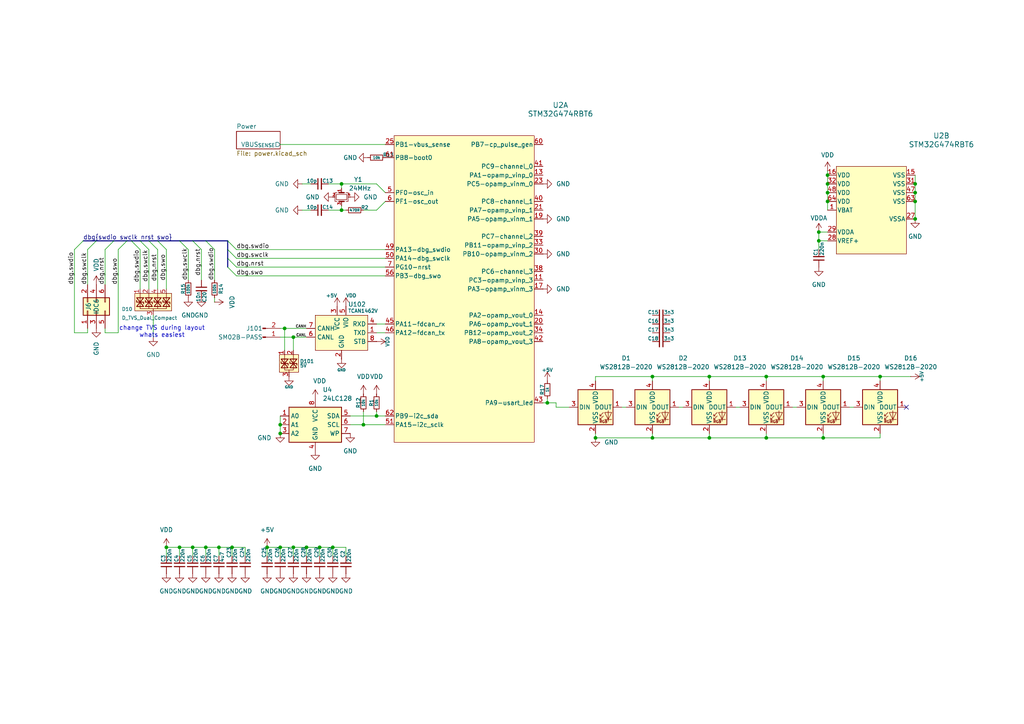
<source format=kicad_sch>
(kicad_sch (version 20250114) (generator "eeschema") (generator_version "9.0")
  (paper "A4")
  (text "change TVS during layout\nwhats easiest" (at 46.99 96.266 0) (effects (font (size 1.27 1.27))))
  (junction (at 77.47 158.75))
  (junction (at 99.06 60.96))
  (junction (at 237.49 69.85))
  (junction (at 92.71 158.75))
  (junction (at 189.23 127))
  (junction (at 67.31 158.75))
  (junction (at 99.06 53.34))
  (junction (at 158.75 116.84))
  (junction (at 105.41 123.19))
  (junction (at 85.09 158.75))
  (junction (at 52.07 158.75))
  (junction (at 265.43 58.42))
  (junction (at 205.74 109.22))
  (junction (at 222.25 109.22))
  (junction (at 81.28 125.73))
  (junction (at 82.55 95.25))
  (junction (at 240.03 58.42))
  (junction (at 172.72 127))
  (junction (at 109.22 120.65))
  (junction (at 255.27 109.22))
  (junction (at 222.25 127))
  (junction (at 85.09 97.79))
  (junction (at 63.5 158.75))
  (junction (at 265.43 55.88))
  (junction (at 240.03 50.8))
  (junction (at 265.43 63.5))
  (junction (at 55.88 158.75))
  (junction (at 240.03 55.88))
  (junction (at 265.43 53.34))
  (junction (at 88.9 158.75))
  (junction (at 48.26 158.75))
  (junction (at 59.69 158.75))
  (junction (at 81.28 158.75))
  (junction (at 205.74 127))
  (junction (at 237.49 67.31))
  (junction (at 189.23 109.22))
  (junction (at 238.76 127))
  (junction (at 96.52 158.75))
  (junction (at 81.28 123.19))
  (junction (at 240.03 53.34))
  (junction (at 238.76 109.22))
  (no_connect (at 262.89 118.11))
  (bus_entry (at 33.02 69.85) (size -2.54 2.54))
  (bus_entry (at 43.18 69.85) (size 2.54 2.54))
  (bus_entry (at 40.64 69.85) (size 2.54 2.54))
  (bus_entry (at 45.72 69.85) (size 2.54 2.54))
  (bus_entry (at 36.83 69.85) (size -2.54 2.54))
  (bus_entry (at 38.1 69.85) (size 2.54 2.54))
  (bus_entry (at 55.88 69.85) (size 2.54 2.54))
  (bus_entry (at 66.04 72.39) (size 2.54 2.54))
  (bus_entry (at 52.07 69.85) (size 2.54 2.54))
  (bus_entry (at 66.04 74.93) (size 2.54 2.54))
  (bus_entry (at 59.69 69.85) (size 2.54 2.54))
  (bus_entry (at 66.04 77.47) (size 2.54 2.54))
  (bus_entry (at 24.13 69.85) (size -2.54 2.54))
  (bus_entry (at 27.94 69.85) (size -2.54 2.54))
  (bus_entry (at 66.04 69.85) (size 2.54 2.54))
  (wire (pts (xy 81.28 95.25) (xy 82.55 95.25)))
  (wire (pts (xy 77.47 158.75) (xy 81.28 158.75)))
  (wire (pts (xy 222.25 125.73) (xy 222.25 127)))
  (wire (pts (xy 99.06 53.34) (xy 109.22 53.34)))
  (wire (pts (xy 109.22 96.52) (xy 111.76 96.52)))
  (wire (pts (xy 95.25 60.96) (xy 99.06 60.96)))
  (bus (pts (xy 52.07 69.85) (xy 55.88 69.85)))
  (wire (pts (xy 63.5 158.75) (xy 67.31 158.75)))
  (wire (pts (xy 172.72 109.22) (xy 189.23 109.22)))
  (wire (pts (xy 81.28 41.91) (xy 111.76 41.91)))
  (wire (pts (xy 92.71 158.75) (xy 96.52 158.75)))
  (wire (pts (xy 58.42 72.39) (xy 58.42 81.28)))
  (wire (pts (xy 109.22 60.96) (xy 111.76 58.42)))
  (wire (pts (xy 240.03 58.42) (xy 240.03 60.96)))
  (wire (pts (xy 45.72 72.39) (xy 45.72 83.82)))
  (wire (pts (xy 21.59 96.52) (xy 25.4 96.52)))
  (wire (pts (xy 48.26 72.39) (xy 48.26 83.82)))
  (wire (pts (xy 189.23 127) (xy 205.74 127)))
  (wire (pts (xy 237.49 69.85) (xy 240.03 69.85)))
  (wire (pts (xy 109.22 120.65) (xy 111.76 120.65)))
  (wire (pts (xy 44.45 97.79) (xy 44.45 91.44)))
  (wire (pts (xy 205.74 109.22) (xy 222.25 109.22)))
  (wire (pts (xy 54.61 72.39) (xy 54.61 81.28)))
  (wire (pts (xy 158.75 116.84) (xy 161.29 116.84)))
  (wire (pts (xy 222.25 127) (xy 238.76 127)))
  (wire (pts (xy 88.9 158.75) (xy 92.71 158.75)))
  (wire (pts (xy 157.48 116.84) (xy 158.75 116.84)))
  (wire (pts (xy 85.09 97.79) (xy 85.09 101.6)))
  (wire (pts (xy 172.72 125.73) (xy 172.72 127)))
  (wire (pts (xy 240.03 49.53) (xy 240.03 50.8)))
  (wire (pts (xy 196.85 118.11) (xy 198.12 118.11)))
  (wire (pts (xy 68.58 77.47) (xy 111.76 77.47)))
  (wire (pts (xy 222.25 109.22) (xy 238.76 109.22)))
  (wire (pts (xy 240.03 50.8) (xy 240.03 53.34)))
  (wire (pts (xy 82.55 95.25) (xy 82.55 101.6)))
  (wire (pts (xy 62.23 72.39) (xy 62.23 81.28)))
  (wire (pts (xy 67.31 158.75) (xy 67.31 161.29)))
  (wire (pts (xy 85.09 158.75) (xy 85.09 161.29)))
  (wire (pts (xy 34.29 72.39) (xy 34.29 96.52)))
  (wire (pts (xy 99.06 60.96) (xy 100.33 60.96)))
  (wire (pts (xy 240.03 53.34) (xy 240.03 55.88)))
  (wire (pts (xy 62.23 87.63) (xy 62.23 86.36)))
  (wire (pts (xy 240.03 55.88) (xy 240.03 58.42)))
  (bus (pts (xy 66.04 69.85) (xy 66.04 72.39)))
  (wire (pts (xy 71.12 158.75) (xy 71.12 161.29)))
  (wire (pts (xy 59.69 158.75) (xy 59.69 161.29)))
  (wire (pts (xy 264.16 109.22) (xy 255.27 109.22)))
  (wire (pts (xy 55.88 158.75) (xy 55.88 161.29)))
  (wire (pts (xy 265.43 50.8) (xy 265.43 53.34)))
  (wire (pts (xy 87.63 60.96) (xy 90.17 60.96)))
  (wire (pts (xy 238.76 125.73) (xy 238.76 127)))
  (wire (pts (xy 85.09 158.75) (xy 88.9 158.75)))
  (wire (pts (xy 101.6 123.19) (xy 105.41 123.19)))
  (wire (pts (xy 25.4 72.39) (xy 25.4 82.55)))
  (wire (pts (xy 81.28 120.65) (xy 81.28 123.19)))
  (bus (pts (xy 66.04 72.39) (xy 66.04 74.93)))
  (wire (pts (xy 81.28 123.19) (xy 81.28 125.73)))
  (wire (pts (xy 40.64 72.39) (xy 40.64 83.82)))
  (wire (pts (xy 25.4 95.25) (xy 25.4 96.52)))
  (wire (pts (xy 96.52 158.75) (xy 96.52 161.29)))
  (wire (pts (xy 213.36 118.11) (xy 214.63 118.11)))
  (wire (pts (xy 68.58 80.01) (xy 111.76 80.01)))
  (bus (pts (xy 59.69 69.85) (xy 66.04 69.85)))
  (wire (pts (xy 172.72 127) (xy 189.23 127)))
  (wire (pts (xy 55.88 158.75) (xy 59.69 158.75)))
  (wire (pts (xy 48.26 158.75) (xy 48.26 161.29)))
  (bus (pts (xy 40.64 69.85) (xy 43.18 69.85)))
  (wire (pts (xy 172.72 109.22) (xy 172.72 110.49)))
  (wire (pts (xy 222.25 109.22) (xy 222.25 110.49)))
  (wire (pts (xy 105.41 119.38) (xy 105.41 123.19)))
  (bus (pts (xy 66.04 74.93) (xy 66.04 77.47)))
  (wire (pts (xy 205.74 127) (xy 222.25 127)))
  (wire (pts (xy 87.63 53.34) (xy 90.17 53.34)))
  (wire (pts (xy 30.48 96.52) (xy 30.48 95.25)))
  (wire (pts (xy 246.38 118.11) (xy 247.65 118.11)))
  (wire (pts (xy 189.23 109.22) (xy 205.74 109.22)))
  (wire (pts (xy 109.22 93.98) (xy 111.76 93.98)))
  (wire (pts (xy 63.5 158.75) (xy 63.5 161.29)))
  (wire (pts (xy 180.34 118.11) (xy 181.61 118.11)))
  (wire (pts (xy 77.47 158.75) (xy 77.47 161.29)))
  (wire (pts (xy 161.29 118.11) (xy 161.29 116.84)))
  (wire (pts (xy 237.49 69.85) (xy 237.49 72.39)))
  (bus (pts (xy 27.94 69.85) (xy 33.02 69.85)))
  (wire (pts (xy 255.27 125.73) (xy 255.27 127)))
  (wire (pts (xy 52.07 158.75) (xy 52.07 161.29)))
  (wire (pts (xy 237.49 67.31) (xy 237.49 69.85)))
  (wire (pts (xy 96.52 158.75) (xy 100.33 158.75)))
  (wire (pts (xy 238.76 127) (xy 255.27 127)))
  (wire (pts (xy 81.28 158.75) (xy 85.09 158.75)))
  (wire (pts (xy 238.76 109.22) (xy 255.27 109.22)))
  (wire (pts (xy 67.31 158.75) (xy 71.12 158.75)))
  (wire (pts (xy 85.09 97.79) (xy 88.9 97.79)))
  (wire (pts (xy 30.48 72.39) (xy 30.48 82.55)))
  (wire (pts (xy 101.6 120.65) (xy 109.22 120.65)))
  (wire (pts (xy 68.58 74.93) (xy 111.76 74.93)))
  (wire (pts (xy 265.43 53.34) (xy 265.43 55.88)))
  (wire (pts (xy 88.9 158.75) (xy 88.9 161.29)))
  (wire (pts (xy 48.26 158.75) (xy 52.07 158.75)))
  (wire (pts (xy 205.74 109.22) (xy 205.74 110.49)))
  (bus (pts (xy 43.18 69.85) (xy 45.72 69.85)))
  (bus (pts (xy 45.72 69.85) (xy 52.07 69.85)))
  (wire (pts (xy 105.41 60.96) (xy 109.22 60.96)))
  (wire (pts (xy 205.74 125.73) (xy 205.74 127)))
  (wire (pts (xy 265.43 58.42) (xy 265.43 63.5)))
  (wire (pts (xy 21.59 72.39) (xy 21.59 96.52)))
  (wire (pts (xy 158.75 115.57) (xy 158.75 116.84)))
  (wire (pts (xy 109.22 119.38) (xy 109.22 120.65)))
  (wire (pts (xy 81.28 97.79) (xy 85.09 97.79)))
  (wire (pts (xy 237.49 67.31) (xy 240.03 67.31)))
  (wire (pts (xy 100.33 158.75) (xy 100.33 161.29)))
  (wire (pts (xy 95.25 53.34) (xy 99.06 53.34)))
  (wire (pts (xy 109.22 53.34) (xy 111.76 55.88)))
  (wire (pts (xy 30.48 96.52) (xy 34.29 96.52)))
  (wire (pts (xy 52.07 158.75) (xy 55.88 158.75)))
  (wire (pts (xy 59.69 158.75) (xy 63.5 158.75)))
  (wire (pts (xy 81.28 158.75) (xy 81.28 161.29)))
  (wire (pts (xy 189.23 125.73) (xy 189.23 127)))
  (bus (pts (xy 33.02 69.85) (xy 36.83 69.85)))
  (wire (pts (xy 43.18 72.39) (xy 43.18 83.82)))
  (bus (pts (xy 55.88 69.85) (xy 59.69 69.85)))
  (bus (pts (xy 38.1 69.85) (xy 40.64 69.85)))
  (wire (pts (xy 255.27 109.22) (xy 255.27 110.49)))
  (wire (pts (xy 161.29 118.11) (xy 165.1 118.11)))
  (bus (pts (xy 24.13 69.85) (xy 27.94 69.85)))
  (wire (pts (xy 68.58 72.39) (xy 111.76 72.39)))
  (bus (pts (xy 36.83 69.85) (xy 38.1 69.85)))
  (wire (pts (xy 238.76 109.22) (xy 238.76 110.49)))
  (wire (pts (xy 82.55 95.25) (xy 88.9 95.25)))
  (wire (pts (xy 99.06 59.69) (xy 99.06 60.96)))
  (wire (pts (xy 92.71 158.75) (xy 92.71 161.29)))
  (wire (pts (xy 189.23 109.22) (xy 189.23 110.49)))
  (wire (pts (xy 265.43 55.88) (xy 265.43 58.42)))
  (wire (pts (xy 105.41 123.19) (xy 111.76 123.19)))
  (wire (pts (xy 229.87 118.11) (xy 231.14 118.11)))
  (wire (pts (xy 99.06 53.34) (xy 99.06 54.61)))
  (label "dbg.nrst" (at 68.58 77.47 0))
  (label "dbg.swdio" (at 62.23 81.28 90))
  (label "dbg.swo" (at 34.29 82.55 90))
  (label "dbg.swclk" (at 25.4 82.55 90))
  (label "dbg.swclk" (at 43.18 72.39 270))
  (label "CANH" (at 88.9 95.25 180) (effects (font (size 0.762 0.762))))
  (label "dbg.swdio" (at 40.64 72.39 270))
  (label "dbg.nrst" (at 30.48 82.55 90))
  (label "dbg.swclk" (at 54.61 81.28 90))
  (label "dbg.swdio" (at 21.59 82.55 90))
  (label "dbg.swo" (at 68.58 80.01 0))
  (label "dbg.swclk" (at 68.58 74.93 0))
  (label "dbg.swdio" (at 68.58 72.39 0))
  (label "dbg.nrst" (at 45.72 73.66 270))
  (label "dbg.swo" (at 48.26 73.66 270))
  (label "CANL" (at 88.8866 97.79 180) (effects (font (size 0.762 0.762))))
  (label "dbg.nrst" (at 58.42 80.01 90))
  (label "dbg{swdio swclk nrst swo}" (at 24.13 69.85 0))
  (symbol (lib_id "power:GND") (at 27.94 95.25 0) (unit 1)
    (property "Reference" "#PWR036" (effects (hide yes)))
    (property "Value" "GND" (at 27.9399 99.06 90) (effects (justify right)))
    (property "Description" "Power symbol creates a global label with name \"GND\" , ground" (effects (hide yes)))
  )
  (symbol (lib_id "Bluesat:C_CompactV") (at 58.42 83.82 180) (unit 1)
    (property "Reference" "C20" (at 59.309 84.582 90) (effects (font (size 1.016 1.016)) (justify left)))
    (property "Value" "10n" (at 57.531 84.582 90) (effects (font (size 1.016 1.016)) (justify left)))
    (property "Footprint" "Capacitor_SMD:C_0402_1005Metric" (effects (hide yes)))
    (property "Description" "Unpolarized capacitor, compact symbol" (effects (hide yes)))
  )
  (symbol (lib_id "Bluesat:R_CompactV") (at 54.61 83.82 0) (unit 1)
    (property "Reference" "R15" (at 53.721 83.82 90) (effects (font (size 1.016 1.016)) (justify bottom)))
    (property "Value" "100k" (at 54.61 83.82 90) (effects (font (size 0.762 0.762))))
    (property "Footprint" "Resistor_SMD:R_0402_1005Metric" (effects (hide yes)))
    (property "Description" "Resistor, compact symbol" (effects (hide yes)))
  )
  (symbol (lib_id "power:GND") (at 87.63 53.34 270) (unit 1)
    (property "Reference" "#PWR026" (effects (hide yes)))
    (property "Value" "GND" (at 83.82 53.3399 90) (effects (justify right)))
    (property "Description" "Power symbol creates a global label with name \"GND\" , ground" (effects (hide yes)))
  )
  (symbol (lib_id "Bluesat:D_TVS_Dual_Compact") (at 83.82 105.41 0) (unit 1)
    (property "Reference" "D101" (at 86.995 104.775 0) (effects (font (size 1.016 1.016)) (justify left)))
    (property "Value" "5V" (at 86.995 106.045 0) (effects (font (size 1.016 1.016)) (justify left)))
    (property "Footprint" "Package_TO_SOT_SMD:SOT-523" (effects (hide yes)))
    (property "Description" "Dual bidirectional transient-voltage-suppression diode, compact symbol" (effects (hide yes)))
  )
  (symbol (lib_id "power:GND") (at 52.07 166.37 0) (unit 1)
    (property "Reference" "#PWR021" (effects (hide yes)))
    (property "Value" "GND" (at 52.07 171.45 0))
    (property "Description" "Power symbol creates a global label with name \"GND\" , ground" (effects (hide yes)))
  )
  (symbol (lib_name "STM32G474RBT6_1") (lib_id "Main_Power_Module:STM32G474RBT6") (at 134.62 39.37 0) (unit 1)
    (property "Reference" "U2" (at 162.56 30.48 0) (effects (font (size 1.524 1.524))))
    (property "Value" "STM32G474RBT6" (at 162.56 33.02 0) (effects (font (size 1.524 1.524))))
    (property "Footprint" "Package_QFP:LQFP-64_10x10mm_P0.5mm" (effects (hide yes)))
    (property "Datasheet" "https://www.st.com/resource/en/datasheet/stm32g474cb.pdf" (effects (hide yes)))
  )
  (symbol (lib_id "power:+5V") (at 97.79 88.9 0) (unit 1)
    (property "Reference" "#PWR0108" (effects (hide yes)))
    (property "Value" "+5V" (at 97.79 85.725 0) (effects (font (size 1.016 1.016)) (justify right)))
    (property "Description" "Power symbol creates a global label with name \"+5V\"" (effects (hide yes)))
  )
  (symbol (lib_id "power:GND") (at 71.12 166.37 0) (unit 1)
    (property "Reference" "#PWR053" (effects (hide yes)))
    (property "Value" "GND" (at 71.12 171.45 0))
    (property "Description" "Power symbol creates a global label with name \"GND\" , ground" (effects (hide yes)))
  )
  (symbol (lib_id "Bluesat:C_CompactV") (at 48.26 163.83 0) (unit 1)
    (property "Reference" "C3" (at 47.371 163.068 90) (effects (font (size 1.016 1.016)) (justify left)))
    (property "Value" "220n" (at 49.149 163.068 90) (effects (font (size 1.016 1.016)) (justify left)))
    (property "Footprint" "Capacitor_SMD:C_0402_1005Metric" (effects (hide yes)))
    (property "Description" "Unpolarized capacitor, compact symbol" (effects (hide yes)))
  )
  (symbol (lib_id "power:GND") (at 85.09 166.37 0) (unit 1)
    (property "Reference" "#PWR056" (effects (hide yes)))
    (property "Value" "GND" (at 85.09 171.45 0))
    (property "Description" "Power symbol creates a global label with name \"GND\" , ground" (effects (hide yes)))
  )
  (symbol (lib_id "power:GND") (at 100.33 166.37 0) (unit 1)
    (property "Reference" "#PWR010" (effects (hide yes)))
    (property "Value" "GND" (at 100.33 171.45 0))
    (property "Description" "Power symbol creates a global label with name \"GND\" , ground" (effects (hide yes)))
  )
  (symbol (lib_id "Bluesat:R_CompactV") (at 109.22 116.84 0) (unit 1)
    (property "Reference" "R1" (at 108.331 116.84 90) (effects (font (size 1.016 1.016)) (justify bottom)))
    (property "Value" "10k" (at 109.22 116.84 90) (effects (font (size 0.762 0.762))))
    (property "Footprint" "Resistor_SMD:R_0402_1005Metric" (effects (hide yes)))
    (property "Description" "Resistor, compact symbol" (effects (hide yes)))
  )
  (symbol (lib_id "power:GND") (at 55.88 166.37 0) (unit 1)
    (property "Reference" "#PWR049" (effects (hide yes)))
    (property "Value" "GND" (at 55.88 171.45 0))
    (property "Description" "Power symbol creates a global label with name \"GND\" , ground" (effects (hide yes)))
  )
  (symbol (lib_id "power:VDD") (at 109.22 99.06 270) (unit 1)
    (property "Reference" "#PWR0122" (effects (hide yes)))
    (property "Value" "VDD" (at 112.395 99.06 0) (effects (font (size 1.016 1.016))))
    (property "Description" "Power symbol creates a global label with name \"VDD\"" (effects (hide yes)))
  )
  (symbol (lib_id "Bluesat:C_CompactV") (at 96.52 163.83 0) (unit 1)
    (property "Reference" "C30" (at 95.631 161.798 90) (effects (font (size 1.016 1.016)) (justify left)))
    (property "Value" "220n" (at 97.409 163.068 90) (effects (font (size 1.016 1.016)) (justify left)))
    (property "Footprint" "Capacitor_SMD:C_0402_1005Metric" (effects (hide yes)))
    (property "Description" "Unpolarized capacitor, compact symbol" (effects (hide yes)))
  )
  (symbol (lib_id "power:GND") (at 157.48 83.82 90) (unit 1)
    (property "Reference" "#PWR081" (effects (hide yes)))
    (property "Value" "GND" (at 161.29 83.8199 90) (effects (justify right)))
    (property "Description" "Power symbol creates a global label with name \"GND\" , ground" (effects (hide yes)))
  )
  (symbol (lib_id "LED:WS2812B-2020") (at 238.76 118.11 0) (unit 1)
    (property "Reference" "D15" (at 247.65 103.886 0))
    (property "Value" "WS2812B-2020" (at 247.65 106.426 0))
    (property "Footprint" "LED_SMD:LED_WS2812B-2020_PLCC4_2.0x2.0mm" (effects (hide yes)))
    (property "Datasheet" "https://cdn-shop.adafruit.com/product-files/4684/4684_WS2812B-2020_V1.3_EN.pdf" (effects (hide yes)))
    (property "Description" "RGB LED with integrated controller, 2.0 x 2.0 mm, 12 mA" (effects (hide yes)))
  )
  (symbol (lib_id "power:GND") (at 96.52 166.37 0) (unit 1)
    (property "Reference" "#PWR059" (effects (hide yes)))
    (property "Value" "GND" (at 96.52 171.45 0))
    (property "Description" "Power symbol creates a global label with name \"GND\" , ground" (effects (hide yes)))
  )
  (symbol (lib_id "power:VDD") (at 240.03 49.53 0) (unit 1)
    (property "Reference" "#PWR045" (effects (hide yes)))
    (property "Value" "VDD" (at 240.03 44.958 0))
    (property "Description" "Power symbol creates a global label with name \"VDD\"" (effects (hide yes)))
  )
  (symbol (lib_id "power:GND") (at 101.6 57.15 90) (unit 1)
    (property "Reference" "#PWR029" (effects (hide yes)))
    (property "Value" "GND" (at 105.41 57.1499 90) (effects (justify right)))
    (property "Description" "Power symbol creates a global label with name \"GND\" , ground" (effects (hide yes)))
  )
  (symbol (lib_id "power:+5V") (at 158.75 110.49 0) (unit 1)
    (property "Reference" "#PWR03" (effects (hide yes)))
    (property "Value" "+5V" (at 158.75 107.315 0) (effects (font (size 1.016 1.016))))
    (property "Description" "Power symbol creates a global label with name \"+5V\"" (effects (hide yes)))
  )
  (symbol (lib_id "power:GND") (at 99.06 104.14 0) (unit 1)
    (property "Reference" "#PWR0111" (effects (hide yes)))
    (property "Value" "GND" (at 99.06 107.315 0) (effects (font (size 0.762 0.762))))
    (property "Description" "Power symbol creates a global label with name \"GND\" , ground" (effects (hide yes)))
  )
  (symbol (lib_id "power:VDD") (at 48.26 158.75 0) (unit 1)
    (property "Reference" "#PWR07" (effects (hide yes)))
    (property "Value" "VDD" (at 48.26 153.67 0))
    (property "Description" "Power symbol creates a global label with name \"VDD\"" (effects (hide yes)))
  )
  (symbol (lib_id "power:GND") (at 157.48 53.34 90) (unit 1)
    (property "Reference" "#PWR067" (effects (hide yes)))
    (property "Value" "GND" (at 161.29 53.3399 90) (effects (justify right)))
    (property "Description" "Power symbol creates a global label with name \"GND\" , ground" (effects (hide yes)))
  )
  (symbol (lib_id "Connector_Generic:Conn_02x03_Odd_Even") (at 27.94 90.17 90) (unit 1)
    (property "Reference" "J6" (at 25.654 88.9 0))
    (property "Value" "IDC6" (at 27.94 88.9 0))
    (property "Footprint" "Bluesat:IDC6" (effects (hide yes)))
    (property "Description" "Generic connector, double row, 02x03, odd/even pin numbering scheme (row 1 odd numbers, row 2 even numbers), script generated (kicad-library-utils/schlib/autogen/connector/)" (effects (hide yes)))
  )
  (symbol (lib_id "power:GND") (at 172.72 127 0) (unit 1)
    (property "Reference" "#PWR02" (effects (hide yes)))
    (property "Value" "GND" (at 175.26 128.2699 0) (effects (justify left)))
    (property "Description" "Power symbol creates a global label with name \"GND\" , ground" (effects (hide yes)))
  )
  (symbol (lib_id "power:GND") (at 101.6 125.73 0) (unit 1)
    (property "Reference" "#PWR01" (effects (hide yes)))
    (property "Value" "GND" (at 101.6 130.81 0))
    (property "Description" "Power symbol creates a global label with name \"GND\" , ground" (effects (hide yes)))
  )
  (symbol (lib_id "power:GND") (at 96.52 57.15 270) (unit 1)
    (property "Reference" "#PWR028" (effects (hide yes)))
    (property "Value" "GND" (at 92.71 57.1499 90) (effects (justify right)))
    (property "Description" "Power symbol creates a global label with name \"GND\" , ground" (effects (hide yes)))
  )
  (symbol (lib_id "Bluesat:C_CompactV") (at 85.09 163.83 0) (unit 1)
    (property "Reference" "C27" (at 84.201 161.798 90) (effects (font (size 1.016 1.016)) (justify left)))
    (property "Value" "220n" (at 85.979 163.068 90) (effects (font (size 1.016 1.016)) (justify left)))
    (property "Footprint" "Capacitor_SMD:C_0402_1005Metric" (effects (hide yes)))
    (property "Description" "Unpolarized capacitor, compact symbol" (effects (hide yes)))
  )
  (symbol (lib_id "power:GND") (at 81.28 125.73 0) (unit 1)
    (property "Reference" "#PWR047" (effects (hide yes)))
    (property "Value" "GND" (at 78.74 127.0001 0) (effects (justify right)))
    (property "Description" "Power symbol creates a global label with name \"GND\" , ground" (effects (hide yes)))
  )
  (symbol (lib_id "power:VDD") (at 100.33 88.9 0) (unit 1)
    (property "Reference" "#PWR0116" (effects (hide yes)))
    (property "Value" "VDD" (at 100.33 85.725 0) (effects (font (size 1.016 1.016)) (justify left)))
    (property "Description" "Power symbol creates a global label with name \"VDD\"" (effects (hide yes)))
  )
  (symbol (lib_id "power:VDD") (at 62.23 87.63 270) (mirror x) (unit 1)
    (property "Reference" "#PWR041" (effects (hide yes)))
    (property "Value" "VDD" (at 67.31 87.63 0))
    (property "Description" "Power symbol creates a global label with name \"VDD\"" (effects (hide yes)))
  )
  (symbol (lib_id "Bluesat:C_CompactH") (at 191.77 96.52 0) (mirror y) (unit 1)
    (property "Reference" "C17" (at 191.008 95.631 0) (effects (font (size 1.016 1.016)) (justify left)))
    (property "Value" "3n3" (at 192.532 95.631 0) (effects (font (size 1.016 1.016)) (justify right)))
    (property "Footprint" "Capacitor_SMD:C_0402_1005Metric" (effects (hide yes)))
    (property "Description" "Unpolarized capacitor, compact symbol" (effects (hide yes)))
  )
  (symbol (lib_id "power:GND") (at 88.9 166.37 0) (unit 1)
    (property "Reference" "#PWR057" (effects (hide yes)))
    (property "Value" "GND" (at 88.9 171.45 0))
    (property "Description" "Power symbol creates a global label with name \"GND\" , ground" (effects (hide yes)))
  )
  (symbol (lib_id "LED:WS2812B-2020") (at 205.74 118.11 0) (unit 1)
    (property "Reference" "D13" (at 214.63 103.886 0))
    (property "Value" "WS2812B-2020" (at 214.63 106.426 0))
    (property "Footprint" "LED_SMD:LED_WS2812B-2020_PLCC4_2.0x2.0mm" (effects (hide yes)))
    (property "Datasheet" "https://cdn-shop.adafruit.com/product-files/4684/4684_WS2812B-2020_V1.3_EN.pdf" (effects (hide yes)))
    (property "Description" "RGB LED with integrated controller, 2.0 x 2.0 mm, 12 mA" (effects (hide yes)))
  )
  (symbol (lib_id "Bluesat:C_CompactH") (at 92.71 53.34 0) (unit 1)
    (property "Reference" "C13" (at 93.472 52.451 0) (effects (font (size 1.016 1.016)) (justify left)))
    (property "Value" "10p" (at 91.948 52.451 0) (effects (font (size 1.016 1.016)) (justify right)))
    (property "Footprint" "Capacitor_SMD:C_0402_1005Metric" (effects (hide yes)))
    (property "Description" "Unpolarized capacitor, compact symbol" (effects (hide yes)))
  )
  (symbol (lib_id "power:VDD") (at 109.22 114.3 0) (unit 1)
    (property "Reference" "#PWR04" (effects (hide yes)))
    (property "Value" "VDD" (at 109.22 109.22 0))
    (property "Description" "Power symbol creates a global label with name \"VDD\"" (effects (hide yes)))
  )
  (symbol (lib_id "power:GND") (at 77.47 166.37 0) (unit 1)
    (property "Reference" "#PWR054" (effects (hide yes)))
    (property "Value" "GND" (at 77.47 171.45 0))
    (property "Description" "Power symbol creates a global label with name \"GND\" , ground" (effects (hide yes)))
  )
  (symbol (lib_id "power:+5V") (at 77.47 158.75 0) (unit 1)
    (property "Reference" "#PWR09" (effects (hide yes)))
    (property "Value" "+5V" (at 77.47 153.67 0))
    (property "Description" "Power symbol creates a global label with name \"+5V\"" (effects (hide yes)))
  )
  (symbol (lib_id "power:GND") (at 157.48 73.66 90) (unit 1)
    (property "Reference" "#PWR080" (effects (hide yes)))
    (property "Value" "GND" (at 161.29 73.6599 90) (effects (justify right)))
    (property "Description" "Power symbol creates a global label with name \"GND\" , ground" (effects (hide yes)))
  )
  (symbol (lib_id "Bluesat:C_CompactV") (at 71.12 163.83 0) (unit 1)
    (property "Reference" "C24" (at 70.231 161.798 90) (effects (font (size 1.016 1.016)) (justify left)))
    (property "Value" "220n" (at 72.009 163.068 90) (effects (font (size 1.016 1.016)) (justify left)))
    (property "Footprint" "Capacitor_SMD:C_0402_1005Metric" (effects (hide yes)))
    (property "Description" "Unpolarized capacitor, compact symbol" (effects (hide yes)))
  )
  (symbol (lib_id "power:GND") (at 59.69 166.37 0) (unit 1)
    (property "Reference" "#PWR050" (effects (hide yes)))
    (property "Value" "GND" (at 59.69 171.45 0))
    (property "Description" "Power symbol creates a global label with name \"GND\" , ground" (effects (hide yes)))
  )
  (symbol (lib_id "LED:WS2812B-2020") (at 222.25 118.11 0) (unit 1)
    (property "Reference" "D14" (at 231.14 103.886 0))
    (property "Value" "WS2812B-2020" (at 231.14 106.426 0))
    (property "Footprint" "LED_SMD:LED_WS2812B-2020_PLCC4_2.0x2.0mm" (effects (hide yes)))
    (property "Datasheet" "https://cdn-shop.adafruit.com/product-files/4684/4684_WS2812B-2020_V1.3_EN.pdf" (effects (hide yes)))
    (property "Description" "RGB LED with integrated controller, 2.0 x 2.0 mm, 12 mA" (effects (hide yes)))
  )
  (symbol (lib_id "Bluesat:R_CompactH") (at 62.23 83.82 270) (mirror x) (unit 1)
    (property "Reference" "R14" (at 63.5 85.344 0) (effects (font (size 1.016 1.016)) (justify left bottom)))
    (property "Value" "100k" (at 62.23 83.82 0) (effects (font (size 0.762 0.762))))
    (property "Footprint" "Resistor_SMD:R_0402_1005Metric" (effects (hide yes)))
    (property "Description" "Resistor, compact symbol" (effects (hide yes)))
  )
  (symbol (lib_id "power:VDDA") (at 237.49 67.31 0) (unit 1)
    (property "Reference" "#PWR044" (effects (hide yes)))
    (property "Value" "VDDA" (at 237.49 63.246 0))
    (property "Description" "Power symbol creates a global label with name \"VDDA\"" (effects (hide yes)))
  )
  (symbol (lib_id "Bluesat:C_CompactH") (at 191.77 91.44 0) (mirror y) (unit 1)
    (property "Reference" "C15" (at 191.008 90.551 0) (effects (font (size 1.016 1.016)) (justify left)))
    (property "Value" "3n3" (at 192.532 90.551 0) (effects (font (size 1.016 1.016)) (justify right)))
    (property "Footprint" "Capacitor_SMD:C_0402_1005Metric" (effects (hide yes)))
    (property "Description" "Unpolarized capacitor, compact symbol" (effects (hide yes)))
  )
  (symbol (lib_id "Bluesat:C_CompactV") (at 52.07 163.83 0) (unit 1)
    (property "Reference" "C4" (at 51.181 163.068 90) (effects (font (size 1.016 1.016)) (justify left)))
    (property "Value" "220n" (at 52.959 163.068 90) (effects (font (size 1.016 1.016)) (justify left)))
    (property "Footprint" "Capacitor_SMD:C_0402_1005Metric" (effects (hide yes)))
    (property "Description" "Unpolarized capacitor, compact symbol" (effects (hide yes)))
  )
  (symbol (lib_id "CubeMX:STM32G474RBT6") (at 320.04 -66.04 0) (unit 1)
    (property "Reference" "U1" (at 370.84 -74.93 0) (effects (font (size 1.524 1.524))))
    (property "Value" "STM32G474RBT6" (at 370.84 -72.39 0) (effects (font (size 1.524 1.524))))
    (property "Footprint" "LQFP64-10x10mm" (effects (hide yes)))
    (property "Datasheet" "https://www.st.com/resource/en/datasheet/stm32g474cb.pdf" (effects (hide yes)))
  )
  (symbol (lib_id "power:GND") (at 81.28 166.37 0) (unit 1)
    (property "Reference" "#PWR055" (effects (hide yes)))
    (property "Value" "GND" (at 81.28 171.45 0))
    (property "Description" "Power symbol creates a global label with name \"GND\" , ground" (effects (hide yes)))
  )
  (symbol (lib_id "LED:WS2812B-2020") (at 189.23 118.11 0) (unit 1)
    (property "Reference" "D2" (at 198.12 103.886 0))
    (property "Value" "WS2812B-2020" (at 198.12 106.426 0))
    (property "Footprint" "LED_SMD:LED_WS2812B-2020_PLCC4_2.0x2.0mm" (effects (hide yes)))
    (property "Datasheet" "https://cdn-shop.adafruit.com/product-files/4684/4684_WS2812B-2020_V1.3_EN.pdf" (effects (hide yes)))
    (property "Description" "RGB LED with integrated controller, 2.0 x 2.0 mm, 12 mA" (effects (hide yes)))
  )
  (symbol (lib_id "power:GND") (at 157.48 63.5 90) (unit 1)
    (property "Reference" "#PWR079" (effects (hide yes)))
    (property "Value" "GND" (at 161.29 63.4999 90) (effects (justify right)))
    (property "Description" "Power symbol creates a global label with name \"GND\" , ground" (effects (hide yes)))
  )
  (symbol (lib_id "Bluesat:R_CompactH") (at 102.87 60.96 0) (unit 1)
    (property "Reference" "R2" (at 104.7115 60.7695 0) (effects (font (size 1.016 1.016)) (justify left bottom)))
    (property "Value" "470R" (at 102.87 60.96 0) (effects (font (size 0.762 0.762))))
    (property "Footprint" "Resistor_SMD:R_0402_1005Metric" (effects (hide yes)))
    (property "Description" "Resistor, compact symbol" (effects (hide yes)))
  )
  (symbol (lib_id "CubeMX:STM32G474RBT6") (at 454.66 -40.64 0) (unit 2)
    (property "Reference" "U1" (at 474.98 -49.53 0) (effects (font (size 1.524 1.524))))
    (property "Value" "STM32G474RBT6" (at 474.98 -46.99 0) (effects (font (size 1.524 1.524))))
    (property "Footprint" "LQFP64-10x10mm" (effects (hide yes)))
    (property "Datasheet" "https://www.st.com/resource/en/datasheet/stm32g474cb.pdf" (effects (hide yes)))
  )
  (symbol (lib_id "power:GND") (at 58.42 86.36 0) (unit 1)
    (property "Reference" "#PWR068" (effects (hide yes)))
    (property "Value" "GND" (at 58.42 91.44 0))
    (property "Description" "Power symbol creates a global label with name \"GND\" , ground" (effects (hide yes)))
  )
  (symbol (lib_id "Memory_EEPROM:24LC128") (at 91.44 123.19 0) (unit 1)
    (property "Reference" "U4" (at 93.5833 113.03 0) (effects (justify left)))
    (property "Value" "24LC128" (at 93.5833 115.57 0) (effects (justify left)))
    (property "Footprint" "Package_SO:TSSOP-8_4.4x3mm_P0.65mm" (effects (hide yes)))
    (property "Datasheet" "http://ww1.microchip.com/downloads/en/DeviceDoc/21191s.pdf" (effects (hide yes)))
    (property "Description" "I2C Serial EEPROM, 128Kb, DIP-8/SOIC-8/TSSOP-8/DFN-8" (effects (hide yes)))
  )
  (symbol (lib_id "Main_Power_Module:STM32G474RBT6") (at 252.73 48.26 0) (unit 2)
    (property "Reference" "U2" (at 273.05 39.37 0) (effects (font (size 1.524 1.524))))
    (property "Value" "STM32G474RBT6" (at 273.05 41.91 0) (effects (font (size 1.524 1.524))))
    (property "Footprint" "Package_QFP:LQFP-64_10x10mm_P0.5mm" (effects (hide yes)))
    (property "Datasheet" "https://www.st.com/resource/en/datasheet/stm32g474cb.pdf" (effects (hide yes)))
  )
  (symbol (lib_id "power:GND") (at 265.43 63.5 0) (unit 1)
    (property "Reference" "#PWR066" (effects (hide yes)))
    (property "Value" "GND" (at 265.43 68.58 0))
    (property "Description" "Power symbol creates a global label with name \"GND\" , ground" (effects (hide yes)))
  )
  (symbol (lib_id "LED:WS2812B-2020") (at 255.27 118.11 0) (unit 1)
    (property "Reference" "D16" (at 264.16 103.886 0))
    (property "Value" "WS2812B-2020" (at 264.16 106.426 0))
    (property "Footprint" "LED_SMD:LED_WS2812B-2020_PLCC4_2.0x2.0mm" (effects (hide yes)))
    (property "Datasheet" "https://cdn-shop.adafruit.com/product-files/4684/4684_WS2812B-2020_V1.3_EN.pdf" (effects (hide yes)))
    (property "Description" "RGB LED with integrated controller, 2.0 x 2.0 mm, 12 mA" (effects (hide yes)))
  )
  (symbol (lib_id "Bluesat:C_CompactV") (at 55.88 163.83 0) (unit 1)
    (property "Reference" "C5" (at 54.991 163.068 90) (effects (font (size 1.016 1.016)) (justify left)))
    (property "Value" "220n" (at 56.769 163.068 90) (effects (font (size 1.016 1.016)) (justify left)))
    (property "Footprint" "Capacitor_SMD:C_0402_1005Metric" (effects (hide yes)))
    (property "Description" "Unpolarized capacitor, compact symbol" (effects (hide yes)))
  )
  (symbol (lib_id "Bluesat:C_CompactV") (at 77.47 163.83 0) (unit 1)
    (property "Reference" "C25" (at 76.581 161.798 90) (effects (font (size 1.016 1.016)) (justify left)))
    (property "Value" "220n" (at 78.359 163.068 90) (effects (font (size 1.016 1.016)) (justify left)))
    (property "Footprint" "Capacitor_SMD:C_0402_1005Metric" (effects (hide yes)))
    (property "Description" "Unpolarized capacitor, compact symbol" (effects (hide yes)))
  )
  (symbol (lib_id "power:VDD") (at 105.41 114.3 0) (unit 1)
    (property "Reference" "#PWR064" (effects (hide yes)))
    (property "Value" "VDD" (at 105.41 109.22 0))
    (property "Description" "Power symbol creates a global label with name \"VDD\"" (effects (hide yes)))
  )
  (symbol (lib_id "Bluesat:C_CompactV") (at 81.28 163.83 0) (unit 1)
    (property "Reference" "C26" (at 80.391 161.798 90) (effects (font (size 1.016 1.016)) (justify left)))
    (property "Value" "220n" (at 82.169 163.068 90) (effects (font (size 1.016 1.016)) (justify left)))
    (property "Footprint" "Capacitor_SMD:C_0402_1005Metric" (effects (hide yes)))
    (property "Description" "Unpolarized capacitor, compact symbol" (effects (hide yes)))
  )
  (symbol (lib_id "power:GND") (at 92.71 166.37 0) (unit 1)
    (property "Reference" "#PWR058" (effects (hide yes)))
    (property "Value" "GND" (at 92.71 171.45 0))
    (property "Description" "Power symbol creates a global label with name \"GND\" , ground" (effects (hide yes)))
  )
  (symbol (lib_id "Bluesat:C_CompactV") (at 63.5 163.83 0) (unit 1)
    (property "Reference" "C7" (at 62.611 163.068 90) (effects (font (size 1.016 1.016)) (justify left)))
    (property "Value" "4u7" (at 64.389 163.068 90) (effects (font (size 1.016 1.016)) (justify left)))
    (property "Footprint" "Capacitor_SMD:C_0805_2012Metric" (effects (hide yes)))
    (property "Description" "Unpolarized capacitor, compact symbol" (effects (hide yes)))
  )
  (symbol (lib_id "Bluesat:C_CompactV") (at 237.49 74.93 0) (unit 1)
    (property "Reference" "C1" (at 236.601 74.168 90) (effects (font (size 1.016 1.016)) (justify left)))
    (property "Value" "220n" (at 238.379 74.168 90) (effects (font (size 1.016 1.016)) (justify left)))
    (property "Footprint" "Capacitor_SMD:C_0402_1005Metric" (effects (hide yes)))
    (property "Description" "Unpolarized capacitor, compact symbol" (effects (hide yes)))
  )
  (symbol (lib_id "Bluesat:D_TVS_Quad_Compact") (at 44.45 87.63 0) (unit 1)
    (property "Reference" "D10" (at 35.306 89.662 0) (effects (font (size 1.016 1.016)) (justify left)))
    (property "Value" "D_TVS_Dual_Compact" (at 35.306 92.202 0) (effects (font (size 1.016 1.016)) (justify left)))
    (property "Footprint" "Package_DFN_QFN:Diodes_UDFN-10_1.0x2.5mm_P0.5mm" (effects (hide yes)))
    (property "Description" "Dual bidirectional transient-voltage-suppression diode, compact symbol" (effects (hide yes)))
  )
  (symbol (lib_id "Device:Crystal_GND24_Small") (at 99.06 57.15 270) (unit 1)
    (property "Reference" "Y1" (at 103.886 52.07 90))
    (property "Value" "24MHz" (at 104.394 54.61 90))
    (property "Footprint" "Crystal:Crystal_SMD_2016-4Pin_2.0x1.6mm" (effects (hide yes)))
    (property "Description" "Four pin crystal, GND on pins 2 and 4, small symbol" (effects (hide yes)))
  )
  (symbol (lib_id "Bluesat:TCAN1462V") (at 99.06 96.52 0) (mirror y) (unit 1)
    (property "Reference" "U102" (at 100.965 88.265 0) (effects (justify right)))
    (property "Value" "TCAN1462V" (at 100.965 90.17 0) (effects (font (size 1.016 1.016)) (justify right)))
    (property "Footprint" "Package_SO:SOIC-8_3.9x4.9mm_P1.27mm" (effects (hide yes)))
  )
  (symbol (lib_id "power:GND") (at 48.26 166.37 0) (unit 1)
    (property "Reference" "#PWR08" (effects (hide yes)))
    (property "Value" "GND" (at 48.26 171.45 0))
    (property "Description" "Power symbol creates a global label with name \"GND\" , ground" (effects (hide yes)))
  )
  (symbol (lib_id "power:GND") (at 87.63 60.96 270) (unit 1)
    (property "Reference" "#PWR027" (effects (hide yes)))
    (property "Value" "GND" (at 83.82 60.9599 90) (effects (justify right)))
    (property "Description" "Power symbol creates a global label with name \"GND\" , ground" (effects (hide yes)))
  )
  (symbol (lib_id "power:VDD") (at 91.44 115.57 0) (unit 1)
    (property "Reference" "#PWR039" (effects (hide yes)))
    (property "Value" "VDD" (at 92.71 110.49 0))
    (property "Description" "Power symbol creates a global label with name \"VDD\"" (effects (hide yes)))
  )
  (symbol (lib_id "Bluesat:R_CompactV") (at 105.41 116.84 0) (unit 1)
    (property "Reference" "R12" (at 104.521 116.84 90) (effects (font (size 1.016 1.016)) (justify bottom)))
    (property "Value" "10k" (at 105.41 116.84 90) (effects (font (size 0.762 0.762))))
    (property "Footprint" "Resistor_SMD:R_0402_1005Metric" (effects (hide yes)))
    (property "Description" "Resistor, compact symbol" (effects (hide yes)))
  )
  (symbol (lib_id "power:GND") (at 54.61 86.36 0) (unit 1)
    (property "Reference" "#PWR042" (effects (hide yes)))
    (property "Value" "GND" (at 54.61 91.44 0))
    (property "Description" "Power symbol creates a global label with name \"GND\" , ground" (effects (hide yes)))
  )
  (symbol (lib_id "Connector:Conn_01x02_Pin") (at 76.2 97.79 0) (mirror x) (unit 1)
    (property "Reference" "J101" (at 76.2 95.25 0) (effects (justify right)))
    (property "Value" "SM02B-PASS" (at 76.2 97.79 0) (effects (justify right)))
    (property "Footprint" "Bluesat:SM02B-PASS" (effects (hide yes)))
    (property "Description" "Generic connector, single row, 01x02, script generated" (effects (hide yes)))
  )
  (symbol (lib_id "power:GND") (at 106.68 45.72 270) (unit 1)
    (property "Reference" "#PWR038" (effects (hide yes)))
    (property "Value" "GND" (at 101.6 45.72 90))
    (property "Description" "Power symbol creates a global label with name \"GND\" , ground" (effects (hide yes)))
  )
  (symbol (lib_id "power:GND") (at 63.5 166.37 0) (unit 1)
    (property "Reference" "#PWR051" (effects (hide yes)))
    (property "Value" "GND" (at 63.5 171.45 0))
    (property "Description" "Power symbol creates a global label with name \"GND\" , ground" (effects (hide yes)))
  )
  (symbol (lib_id "Bluesat:C_CompactV") (at 67.31 163.83 0) (unit 1)
    (property "Reference" "C23" (at 66.421 161.798 90) (effects (font (size 1.016 1.016)) (justify left)))
    (property "Value" "220n" (at 68.199 163.068 90) (effects (font (size 1.016 1.016)) (justify left)))
    (property "Footprint" "Capacitor_SMD:C_0402_1005Metric" (effects (hide yes)))
    (property "Description" "Unpolarized capacitor, compact symbol" (effects (hide yes)))
  )
  (symbol (lib_id "Bluesat:C_CompactH") (at 191.77 93.98 0) (mirror y) (unit 1)
    (property "Reference" "C16" (at 191.008 93.091 0) (effects (font (size 1.016 1.016)) (justify left)))
    (property "Value" "3n3" (at 192.532 93.091 0) (effects (font (size 1.016 1.016)) (justify right)))
    (property "Footprint" "Capacitor_SMD:C_0402_1005Metric" (effects (hide yes)))
    (property "Description" "Unpolarized capacitor, compact symbol" (effects (hide yes)))
  )
  (symbol (lib_id "Bluesat:C_CompactH") (at 92.71 60.96 0) (unit 1)
    (property "Reference" "C14" (at 93.472 60.071 0) (effects (font (size 1.016 1.016)) (justify left)))
    (property "Value" "10p" (at 91.948 60.071 0) (effects (font (size 1.016 1.016)) (justify right)))
    (property "Footprint" "Capacitor_SMD:C_0402_1005Metric" (effects (hide yes)))
    (property "Description" "Unpolarized capacitor, compact symbol" (effects (hide yes)))
  )
  (symbol (lib_id "power:GND") (at 237.49 77.47 0) (unit 1)
    (property "Reference" "#PWR043" (effects (hide yes)))
    (property "Value" "GND" (at 237.49 82.55 0))
    (property "Description" "Power symbol creates a global label with name \"GND\" , ground" (effects (hide yes)))
  )
  (symbol (lib_id "power:GND") (at 67.31 166.37 0) (unit 1)
    (property "Reference" "#PWR052" (effects (hide yes)))
    (property "Value" "GND" (at 67.31 171.45 0))
    (property "Description" "Power symbol creates a global label with name \"GND\" , ground" (effects (hide yes)))
  )
  (symbol (lib_id "power:+5V") (at 264.16 109.22 270) (unit 1)
    (property "Reference" "#PWR071" (effects (hide yes)))
    (property "Value" "+5V" (at 267.335 109.22 0) (effects (font (size 1.016 1.016))))
    (property "Description" "Power symbol creates a global label with name \"+5V\"" (effects (hide yes)))
  )
  (symbol (lib_id "power:VDD") (at 27.94 82.55 0) (unit 1)
    (property "Reference" "#PWR037" (effects (hide yes)))
    (property "Value" "VDD" (at 27.9399 78.74 90) (effects (justify left)))
    (property "Description" "Power symbol creates a global label with name \"VDD\"" (effects (hide yes)))
  )
  (symbol (lib_id "Bluesat:R_CompactV") (at 158.75 113.03 0) (unit 1)
    (property "Reference" "R17" (at 157.861 113.03 90) (effects (font (size 1.016 1.016)) (justify bottom)))
    (property "Value" "1k" (at 158.75 113.03 90) (effects (font (size 0.762 0.762))))
    (property "Footprint" "Resistor_SMD:R_0402_1005Metric" (effects (hide yes)))
    (property "Description" "Resistor, compact symbol" (effects (hide yes)))
  )
  (symbol (lib_id "Bluesat:R_CompactH") (at 109.22 45.72 0) (unit 1)
    (property "Reference" "R13" (at 111.0615 45.5295 0) (effects (font (size 1.016 1.016)) (justify left bottom)))
    (property "Value" "10k" (at 109.22 45.72 0) (effects (font (size 0.762 0.762))))
    (property "Footprint" "Resistor_SMD:R_0402_1005Metric" (effects (hide yes)))
    (property "Description" "Resistor, compact symbol" (effects (hide yes)))
  )
  (symbol (lib_id "power:GND") (at 83.82 109.22 0) (unit 1)
    (property "Reference" "#PWR0103" (effects (hide yes)))
    (property "Value" "GND" (at 83.82 112.268 0) (effects (font (size 0.762 0.762))))
    (property "Description" "Power symbol creates a global label with name \"GND\" , ground" (effects (hide yes)))
  )
  (symbol (lib_id "Bluesat:C_CompactV") (at 88.9 163.83 0) (unit 1)
    (property "Reference" "C28" (at 88.011 161.798 90) (effects (font (size 1.016 1.016)) (justify left)))
    (property "Value" "220n" (at 89.789 163.068 90) (effects (font (size 1.016 1.016)) (justify left)))
    (property "Footprint" "Capacitor_SMD:C_0402_1005Metric" (effects (hide yes)))
    (property "Description" "Unpolarized capacitor, compact symbol" (effects (hide yes)))
  )
  (symbol (lib_id "power:GND") (at 44.45 97.79 0) (unit 1)
    (property "Reference" "#PWR046" (effects (hide yes)))
    (property "Value" "GND" (at 44.45 102.87 0))
    (property "Description" "Power symbol creates a global label with name \"GND\" , ground" (effects (hide yes)))
  )
  (symbol (lib_id "power:GND") (at 91.44 130.81 0) (unit 1)
    (property "Reference" "#PWR040" (effects (hide yes)))
    (property "Value" "GND" (at 91.44 135.89 0))
    (property "Description" "Power symbol creates a global label with name \"GND\" , ground" (effects (hide yes)))
  )
  (symbol (lib_id "Bluesat:C_CompactV") (at 92.71 163.83 0) (unit 1)
    (property "Reference" "C29" (at 91.821 161.798 90) (effects (font (size 1.016 1.016)) (justify left)))
    (property "Value" "220n" (at 93.599 163.068 90) (effects (font (size 1.016 1.016)) (justify left)))
    (property "Footprint" "Capacitor_SMD:C_0402_1005Metric" (effects (hide yes)))
    (property "Description" "Unpolarized capacitor, compact symbol" (effects (hide yes)))
  )
  (symbol (lib_id "LED:WS2812B-2020") (at 172.72 118.11 0) (unit 1)
    (property "Reference" "D1" (at 181.61 103.886 0))
    (property "Value" "WS2812B-2020" (at 181.61 106.426 0))
    (property "Footprint" "LED_SMD:LED_WS2812B-2020_PLCC4_2.0x2.0mm" (effects (hide yes)))
    (property "Datasheet" "https://cdn-shop.adafruit.com/product-files/4684/4684_WS2812B-2020_V1.3_EN.pdf" (effects (hide yes)))
    (property "Description" "RGB LED with integrated controller, 2.0 x 2.0 mm, 12 mA" (effects (hide yes)))
  )
  (symbol (lib_id "Bluesat:C_CompactV") (at 59.69 163.83 0) (unit 1)
    (property "Reference" "C6" (at 58.801 163.068 90) (effects (font (size 1.016 1.016)) (justify left)))
    (property "Value" "220n" (at 60.579 163.068 90) (effects (font (size 1.016 1.016)) (justify left)))
    (property "Footprint" "Capacitor_SMD:C_0402_1005Metric" (effects (hide yes)))
    (property "Description" "Unpolarized capacitor, compact symbol" (effects (hide yes)))
  )
  (symbol (lib_id "Bluesat:C_CompactH") (at 191.77 99.06 0) (mirror y) (unit 1)
    (property "Reference" "C18" (at 191.008 98.171 0) (effects (font (size 1.016 1.016)) (justify left)))
    (property "Value" "3n3" (at 192.532 98.171 0) (effects (font (size 1.016 1.016)) (justify right)))
    (property "Footprint" "Capacitor_SMD:C_0402_1005Metric" (effects (hide yes)))
    (property "Description" "Unpolarized capacitor, compact symbol" (effects (hide yes)))
  )
  (symbol (lib_id "Bluesat:C_CompactV") (at 100.33 163.83 0) (unit 1)
    (property "Reference" "C2" (at 99.441 161.798 90) (effects (font (size 1.016 1.016)) (justify left)))
    (property "Value" "220n" (at 101.219 163.068 90) (effects (font (size 1.016 1.016)) (justify left)))
    (property "Footprint" "Capacitor_SMD:C_0402_1005Metric" (effects (hide yes)))
    (property "Description" "Unpolarized capacitor, compact symbol" (effects (hide yes)))
  )
  (sheet (at 68.58 38.1) (size 12.7 5.08) (stroke (width 0.1524))
    (property "Sheetname" "Power" (at 68.58 37.3884 0) (effects (justify left bottom)))
    (property "Sheetfile" "power.kicad_sch" (at 68.58 43.7646 0) (effects (justify left top)))
    (pin "VBUS_{SENSE}" output (at 81.28 41.91 0))
  )
  (sheet (at 177.8 -100.33) (size 24.13 86.36) (stroke (width 0.1524))
    (property "Sheetname" "Analog Stuff" (at 177.8 -101.0416 0) (effects (justify left bottom)))
    (property "Sheetfile" "gate_driver.kicad_sch" (effects (hide yes)))
    (pin "clk_in" input (at 177.8 -99.06 180))
    (pin "vsense_p0" output (at 177.8 -90.17 180))
    (pin "vsense_p1" output (at 177.8 -80.01 180))
    (pin "vsense_p2" output (at 177.8 -69.85 180))
    (pin "vsense_p3" output (at 177.8 -59.69 180))
    (pin "~{chan0}" input (at 177.8 -92.71 180))
    (pin "~{chan1}" input (at 177.8 -82.55 180))
    (pin "~{chan2}" input (at 177.8 -72.39 180))
    (pin "~{chan3}" input (at 177.8 -62.23 180))
    (pin "vsense_p4" output (at 177.8 -50.8 180))
    (pin "vsense_p5" output (at 177.8 -43.18 180))
    (pin "vsense_p6" output (at 177.8 -36.83 180))
    (pin "vsense_p7" output (at 177.8 -30.48 180))
    (pin "~{chan4}" input (at 177.8 -53.34 180))
    (pin "~{chan5}" input (at 177.8 -45.72 180))
    (pin "~{chan6}" input (at 177.8 -39.37 180))
    (pin "~{chan7}" input (at 177.8 -33.02 180))
  )
)
</source>
